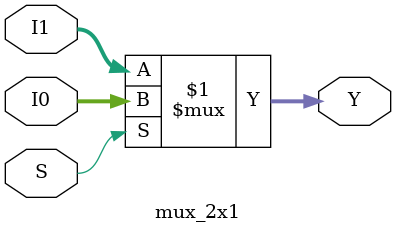
<source format=v>
module mux_2x1(output [31:0] Y, input S, input [31:0] I0, I1);
	assign Y=S? I0:I1;
endmodule
</source>
